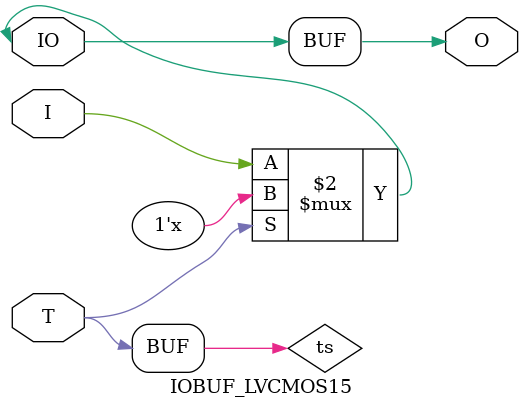
<source format=v>

/*

FUNCTION    : INPUT TRI-STATE OUTPUT BUFFER

*/

`celldefine
`timescale  100 ps / 10 ps

module IOBUF_LVCMOS15 (O, IO, I, T);

    output O;

    inout  IO;

    input  I, T;

    or O1 (ts, 1'b0, T);
    bufif0 T1 (IO, I, ts);

    buf B1 (O, IO);

endmodule

</source>
